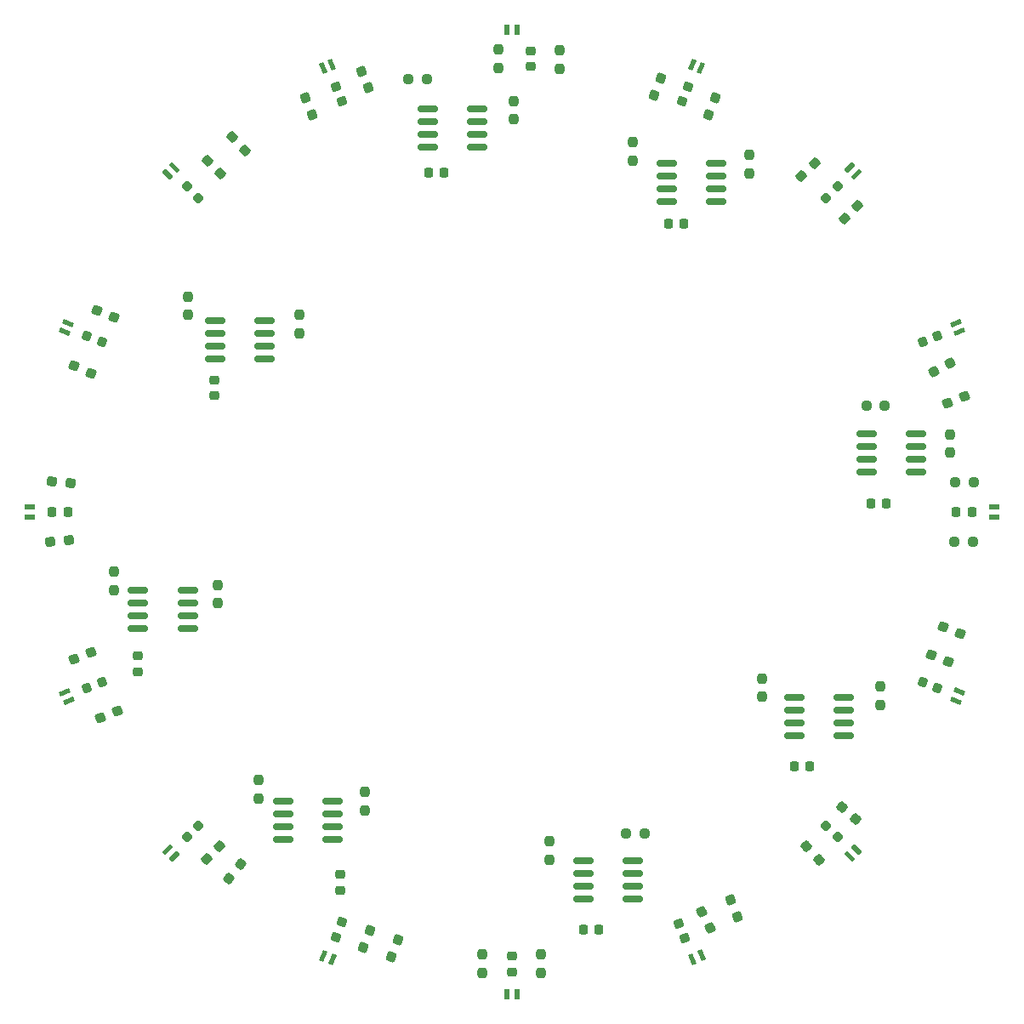
<source format=gtp>
G04 #@! TF.GenerationSoftware,KiCad,Pcbnew,9.0.6-9.0.6~ubuntu22.04.1*
G04 #@! TF.CreationDate,2025-11-27T17:33:19+09:00*
G04 #@! TF.ProjectId,LineSensor,4c696e65-5365-46e7-936f-722e6b696361,rev?*
G04 #@! TF.SameCoordinates,Original*
G04 #@! TF.FileFunction,Paste,Top*
G04 #@! TF.FilePolarity,Positive*
%FSLAX46Y46*%
G04 Gerber Fmt 4.6, Leading zero omitted, Abs format (unit mm)*
G04 Created by KiCad (PCBNEW 9.0.6-9.0.6~ubuntu22.04.1) date 2025-11-27 17:33:19*
%MOMM*%
%LPD*%
G01*
G04 APERTURE LIST*
G04 Aperture macros list*
%AMRoundRect*
0 Rectangle with rounded corners*
0 $1 Rounding radius*
0 $2 $3 $4 $5 $6 $7 $8 $9 X,Y pos of 4 corners*
0 Add a 4 corners polygon primitive as box body*
4,1,4,$2,$3,$4,$5,$6,$7,$8,$9,$2,$3,0*
0 Add four circle primitives for the rounded corners*
1,1,$1+$1,$2,$3*
1,1,$1+$1,$4,$5*
1,1,$1+$1,$6,$7*
1,1,$1+$1,$8,$9*
0 Add four rect primitives between the rounded corners*
20,1,$1+$1,$2,$3,$4,$5,0*
20,1,$1+$1,$4,$5,$6,$7,0*
20,1,$1+$1,$6,$7,$8,$9,0*
20,1,$1+$1,$8,$9,$2,$3,0*%
G04 Aperture macros list end*
%ADD10RoundRect,0.237500X-0.123751X0.321857X-0.315092X-0.140083X0.123751X-0.321857X0.315092X0.140083X0*%
%ADD11RoundRect,0.069150X-0.161350X0.480850X-0.161350X-0.480850X0.161350X-0.480850X0.161350X0.480850X0*%
%ADD12RoundRect,0.072450X-0.169050X0.477550X-0.169050X-0.477550X0.169050X-0.477550X0.169050X0.477550X0*%
%ADD13RoundRect,0.218750X-0.335876X-0.026517X-0.026517X-0.335876X0.335876X0.026517X0.026517X0.335876X0*%
%ADD14RoundRect,0.218750X-0.319536X0.106829X-0.155646X-0.298814X0.319536X-0.106829X0.155646X0.298814X0*%
%ADD15RoundRect,0.237500X0.008839X0.344715X-0.344715X-0.008839X-0.008839X-0.344715X0.344715X0.008839X0*%
%ADD16RoundRect,0.237500X0.313858X-0.142827X0.126555X0.320765X-0.313858X0.142827X-0.126555X-0.320765X0*%
%ADD17RoundRect,0.237500X-0.250000X-0.237500X0.250000X-0.237500X0.250000X0.237500X-0.250000X0.237500X0*%
%ADD18RoundRect,0.069150X-0.505993X0.034945X0.382502X-0.333081X0.505993X-0.034945X-0.382502X0.333081X0*%
%ADD19RoundRect,0.072450X-0.505891X0.026569X0.376506X-0.338932X0.505891X-0.026569X-0.376506X0.338932X0*%
%ADD20RoundRect,0.225000X0.225000X0.250000X-0.225000X0.250000X-0.225000X-0.250000X0.225000X-0.250000X0*%
%ADD21RoundRect,0.237500X-0.315092X0.140083X-0.123751X-0.321857X0.315092X-0.140083X0.123751X0.321857X0*%
%ADD22RoundRect,0.237500X0.123751X-0.321857X0.315092X0.140083X-0.123751X0.321857X-0.315092X-0.140083X0*%
%ADD23RoundRect,0.237500X-0.237500X0.250000X-0.237500X-0.250000X0.237500X-0.250000X0.237500X0.250000X0*%
%ADD24RoundRect,0.069150X-0.333081X0.382502X0.034945X-0.505993X0.333081X-0.382502X-0.034945X0.505993X0*%
%ADD25RoundRect,0.072450X-0.338932X0.376506X0.026569X-0.505891X0.338932X-0.376506X-0.026569X0.505891X0*%
%ADD26RoundRect,0.069150X0.382502X0.333081X-0.505993X-0.034945X-0.382502X-0.333081X0.505993X0.034945X0*%
%ADD27RoundRect,0.072450X0.376506X0.338932X-0.505891X-0.026569X-0.376506X-0.338932X0.505891X0.026569X0*%
%ADD28RoundRect,0.237500X-0.269748X-0.214807X0.228349X-0.258385X0.269748X0.214807X-0.228349X0.258385X0*%
%ADD29RoundRect,0.069150X0.333081X-0.382502X-0.034945X0.505993X-0.333081X0.382502X0.034945X-0.505993X0*%
%ADD30RoundRect,0.072450X0.338932X-0.376506X-0.026569X0.505891X-0.338932X0.376506X0.026569X-0.505891X0*%
%ADD31RoundRect,0.069150X-0.454104X0.225921X0.225921X-0.454104X0.454104X-0.225921X-0.225921X0.454104X0*%
%ADD32RoundRect,0.072450X-0.457215X0.218142X0.218142X-0.457215X0.457215X-0.218142X-0.218142X0.457215X0*%
%ADD33RoundRect,0.150000X-0.825000X-0.150000X0.825000X-0.150000X0.825000X0.150000X-0.825000X0.150000X0*%
%ADD34RoundRect,0.218750X0.256250X-0.218750X0.256250X0.218750X-0.256250X0.218750X-0.256250X-0.218750X0*%
%ADD35RoundRect,0.218750X0.104036X0.320456X-0.300161X0.153032X-0.104036X-0.320456X0.300161X-0.153032X0*%
%ADD36RoundRect,0.237500X-0.140083X-0.315092X0.321857X-0.123751X0.140083X0.315092X-0.321857X0.123751X0*%
%ADD37RoundRect,0.218750X-0.256250X0.218750X-0.256250X-0.218750X0.256250X-0.218750X0.256250X0.218750X0*%
%ADD38RoundRect,0.237500X0.250000X0.237500X-0.250000X0.237500X-0.250000X-0.237500X0.250000X-0.237500X0*%
%ADD39RoundRect,0.218750X0.153032X-0.300161X0.320456X0.104036X-0.153032X0.300161X-0.320456X-0.104036X0*%
%ADD40RoundRect,0.218750X-0.104036X-0.320456X0.300161X-0.153032X0.104036X0.320456X-0.300161X0.153032X0*%
%ADD41RoundRect,0.237500X-0.321857X-0.123751X0.140083X-0.315092X0.321857X0.123751X-0.140083X0.315092X0*%
%ADD42RoundRect,0.225000X0.250000X-0.225000X0.250000X0.225000X-0.250000X0.225000X-0.250000X-0.225000X0*%
%ADD43RoundRect,0.218750X-0.218750X-0.256250X0.218750X-0.256250X0.218750X0.256250X-0.218750X0.256250X0*%
%ADD44RoundRect,0.237500X-0.008839X-0.344715X0.344715X0.008839X0.008839X0.344715X-0.344715X-0.008839X0*%
%ADD45RoundRect,0.069150X0.161350X-0.480850X0.161350X0.480850X-0.161350X0.480850X-0.161350X-0.480850X0*%
%ADD46RoundRect,0.072450X0.169050X-0.477550X0.169050X0.477550X-0.169050X0.477550X-0.169050X-0.477550X0*%
%ADD47RoundRect,0.237500X0.321857X0.123751X-0.140083X0.315092X-0.321857X-0.123751X0.140083X-0.315092X0*%
%ADD48RoundRect,0.237500X0.237500X-0.250000X0.237500X0.250000X-0.237500X0.250000X-0.237500X-0.250000X0*%
%ADD49RoundRect,0.069150X-0.034945X-0.505993X0.333081X0.382502X0.034945X0.505993X-0.333081X-0.382502X0*%
%ADD50RoundRect,0.072450X-0.026569X-0.505891X0.338932X0.376506X0.026569X0.505891X-0.338932X-0.376506X0*%
%ADD51RoundRect,0.237500X0.021239X-0.344173X0.342632X0.038849X-0.021239X0.344173X-0.342632X-0.038849X0*%
%ADD52RoundRect,0.069150X0.480850X0.161350X-0.480850X0.161350X-0.480850X-0.161350X0.480850X-0.161350X0*%
%ADD53RoundRect,0.072450X0.477550X0.169050X-0.477550X0.169050X-0.477550X-0.169050X0.477550X-0.169050X0*%
%ADD54RoundRect,0.237500X0.343780X-0.026868X0.009214X0.344705X-0.343780X0.026868X-0.009214X-0.344705X0*%
%ADD55RoundRect,0.237500X-0.344715X0.008839X0.008839X-0.344715X0.344715X-0.008839X-0.008839X0.344715X0*%
%ADD56RoundRect,0.069150X-0.480850X-0.161350X0.480850X-0.161350X0.480850X0.161350X-0.480850X0.161350X0*%
%ADD57RoundRect,0.072450X-0.477550X-0.169050X0.477550X-0.169050X0.477550X0.169050X-0.477550X0.169050X0*%
%ADD58RoundRect,0.218750X0.300161X0.153032X-0.104036X0.320456X-0.300161X-0.153032X0.104036X-0.320456X0*%
%ADD59RoundRect,0.069150X0.505993X-0.034945X-0.382502X0.333081X-0.505993X0.034945X0.382502X-0.333081X0*%
%ADD60RoundRect,0.072450X0.505891X-0.026569X-0.376506X0.338932X-0.505891X0.026569X0.376506X-0.338932X0*%
%ADD61RoundRect,0.237500X0.140083X0.315092X-0.321857X0.123751X-0.140083X-0.315092X0.321857X-0.123751X0*%
%ADD62RoundRect,0.237500X-0.228349X-0.258385X0.269748X-0.214807X0.228349X0.258385X-0.269748X0.214807X0*%
%ADD63RoundRect,0.069150X-0.382502X-0.333081X0.505993X0.034945X0.382502X0.333081X-0.505993X-0.034945X0*%
%ADD64RoundRect,0.072450X-0.376506X-0.338932X0.505891X0.026569X0.376506X0.338932X-0.505891X-0.026569X0*%
%ADD65RoundRect,0.218750X-0.300161X-0.153032X0.104036X-0.320456X0.300161X0.153032X-0.104036X0.320456X0*%
%ADD66RoundRect,0.069150X0.225921X0.454104X-0.454104X-0.225921X-0.225921X-0.454104X0.454104X0.225921X0*%
%ADD67RoundRect,0.072450X0.218142X0.457215X-0.457215X-0.218142X-0.218142X-0.457215X0.457215X0.218142X0*%
%ADD68RoundRect,0.225000X-0.225000X-0.250000X0.225000X-0.250000X0.225000X0.250000X-0.225000X0.250000X0*%
%ADD69RoundRect,0.237500X0.344173X0.021239X-0.038849X0.342632X-0.344173X-0.021239X0.038849X-0.342632X0*%
%ADD70RoundRect,0.069150X-0.225921X-0.454104X0.454104X0.225921X0.225921X0.454104X-0.454104X-0.225921X0*%
%ADD71RoundRect,0.072450X-0.218142X-0.457215X0.457215X0.218142X0.218142X0.457215X-0.457215X-0.218142X0*%
%ADD72RoundRect,0.237500X0.112087X0.326102X-0.331418X0.095228X-0.112087X-0.326102X0.331418X-0.095228X0*%
%ADD73RoundRect,0.218750X-0.153032X0.300161X-0.320456X-0.104036X0.153032X-0.300161X0.320456X0.104036X0*%
%ADD74RoundRect,0.218750X0.026517X-0.335876X0.335876X-0.026517X-0.026517X0.335876X-0.335876X0.026517X0*%
%ADD75RoundRect,0.237500X0.326102X-0.112087X0.095228X0.331418X-0.326102X0.112087X-0.095228X-0.331418X0*%
%ADD76RoundRect,0.218750X0.218750X0.256250X-0.218750X0.256250X-0.218750X-0.256250X0.218750X-0.256250X0*%
%ADD77RoundRect,0.218750X-0.026517X0.335876X-0.335876X0.026517X0.026517X-0.335876X0.335876X-0.026517X0*%
%ADD78RoundRect,0.218750X0.335876X0.026517X0.026517X0.335876X-0.335876X-0.026517X-0.026517X-0.335876X0*%
%ADD79RoundRect,0.218750X0.320456X-0.104036X0.153032X0.300161X-0.320456X0.104036X-0.153032X-0.300161X0*%
%ADD80RoundRect,0.069150X0.454104X-0.225921X-0.225921X0.454104X-0.454104X0.225921X0.225921X-0.454104X0*%
%ADD81RoundRect,0.072450X0.457215X-0.218142X-0.218142X0.457215X-0.457215X0.218142X0.218142X-0.457215X0*%
%ADD82RoundRect,0.069150X0.034945X0.505993X-0.333081X-0.382502X-0.034945X-0.505993X0.333081X0.382502X0*%
%ADD83RoundRect,0.072450X0.026569X0.505891X-0.338932X-0.376506X-0.026569X-0.505891X0.338932X0.376506X0*%
G04 APERTURE END LIST*
D10*
G04 #@! TO.C,R15*
X164798398Y-56813918D03*
X164100000Y-58500000D03*
G04 #@! TD*
D11*
G04 #@! TO.C,Q13*
X149520500Y-148000000D03*
D12*
X150498500Y-148000000D03*
G04 #@! TD*
D13*
G04 #@! TO.C,D34*
X181262958Y-131262958D03*
X182376652Y-132376652D03*
G04 #@! TD*
D14*
G04 #@! TO.C,D45*
X166562294Y-140993116D03*
X167152300Y-142453430D03*
G04 #@! TD*
D15*
G04 #@! TO.C,R16*
X180100000Y-65300000D03*
X178809530Y-66590470D03*
G04 #@! TD*
D16*
G04 #@! TO.C,R18*
X172463000Y-140280000D03*
X171779342Y-138587890D03*
G04 #@! TD*
D17*
G04 #@! TO.C,R22*
X139675000Y-56900000D03*
X141500000Y-56900000D03*
G04 #@! TD*
D18*
G04 #@! TO.C,Q16*
X194162721Y-118811805D03*
D19*
X194536986Y-117908251D03*
G04 #@! TD*
D20*
G04 #@! TO.C,C10*
X158648226Y-141620423D03*
X157098226Y-141620423D03*
G04 #@! TD*
D21*
G04 #@! TO.C,R10*
X129401602Y-58813920D03*
X130100000Y-60500000D03*
G04 #@! TD*
D22*
G04 #@! TO.C,R39*
X135189407Y-143363307D03*
X135887805Y-141677227D03*
G04 #@! TD*
D23*
G04 #@! TO.C,R21*
X150200000Y-59100000D03*
X150200000Y-60925000D03*
G04 #@! TD*
D24*
G04 #@! TO.C,Q14*
X167926805Y-144529715D03*
D25*
X168830359Y-144155450D03*
G04 #@! TD*
D26*
G04 #@! TO.C,Q2*
X105470285Y-117925805D03*
D27*
X105844550Y-118829359D03*
G04 #@! TD*
D23*
G04 #@! TO.C,R27*
X193600000Y-92275000D03*
X193600000Y-94100000D03*
G04 #@! TD*
D28*
G04 #@! TO.C,R44*
X104200000Y-96999999D03*
X106018056Y-97159059D03*
G04 #@! TD*
D29*
G04 #@! TO.C,Q10*
X132074195Y-55470285D03*
D30*
X131170641Y-55844550D03*
G04 #@! TD*
D31*
G04 #@! TO.C,Q15*
X183602067Y-134280183D03*
D32*
X184293618Y-133588632D03*
G04 #@! TD*
D33*
G04 #@! TO.C,U8*
X165403000Y-65278000D03*
X165403000Y-66548000D03*
X165403000Y-67818000D03*
X165403000Y-69088000D03*
X170353000Y-69088000D03*
X170353000Y-67818000D03*
X170353000Y-66548000D03*
X170353000Y-65278000D03*
G04 #@! TD*
D34*
G04 #@! TO.C,D36*
X151827000Y-55655000D03*
X151827000Y-54080000D03*
G04 #@! TD*
D35*
G04 #@! TO.C,D41*
X109152976Y-116919391D03*
X107697866Y-117522117D03*
G04 #@! TD*
D36*
G04 #@! TO.C,R3*
X109013920Y-120498398D03*
X110700000Y-119800000D03*
G04 #@! TD*
D23*
G04 #@! TO.C,R25*
X173585000Y-64488000D03*
X173585000Y-66313000D03*
G04 #@! TD*
D37*
G04 #@! TO.C,D44*
X150000000Y-144212500D03*
X150000000Y-145787500D03*
G04 #@! TD*
D38*
G04 #@! TO.C,R36*
X195840500Y-102981000D03*
X194015500Y-102981000D03*
G04 #@! TD*
D39*
G04 #@! TO.C,D49*
X166919391Y-59152976D03*
X167522117Y-57697866D03*
G04 #@! TD*
D33*
G04 #@! TO.C,U6*
X141567000Y-59872000D03*
X141567000Y-61142000D03*
X141567000Y-62412000D03*
X141567000Y-63682000D03*
X146517000Y-63682000D03*
X146517000Y-62412000D03*
X146517000Y-61142000D03*
X146517000Y-59872000D03*
G04 #@! TD*
D23*
G04 #@! TO.C,R29*
X153708000Y-132781000D03*
X153708000Y-134606000D03*
G04 #@! TD*
G04 #@! TO.C,R5*
X135378000Y-127868000D03*
X135378000Y-129693000D03*
G04 #@! TD*
D40*
G04 #@! TO.C,D47*
X190847024Y-83080609D03*
X192302134Y-82477883D03*
G04 #@! TD*
D41*
G04 #@! TO.C,R12*
X106425960Y-85486801D03*
X108112040Y-86185199D03*
G04 #@! TD*
D33*
G04 #@! TO.C,U9*
X157075000Y-134701000D03*
X157075000Y-135971000D03*
X157075000Y-137241000D03*
X157075000Y-138511000D03*
X162025000Y-138511000D03*
X162025000Y-137241000D03*
X162025000Y-135971000D03*
X162025000Y-134701000D03*
G04 #@! TD*
D20*
G04 #@! TO.C,C8*
X143250000Y-66200000D03*
X141700000Y-66200000D03*
G04 #@! TD*
D42*
G04 #@! TO.C,C6*
X132900000Y-137650000D03*
X132900000Y-136100000D03*
G04 #@! TD*
D23*
G04 #@! TO.C,R7*
X120720000Y-107267500D03*
X120720000Y-109092500D03*
G04 #@! TD*
D43*
G04 #@! TO.C,D46*
X194212500Y-100000000D03*
X195787500Y-100000000D03*
G04 #@! TD*
D23*
G04 #@! TO.C,R26*
X162000000Y-63200000D03*
X162000000Y-65025000D03*
G04 #@! TD*
D33*
G04 #@! TO.C,U5*
X120425000Y-80995000D03*
X120425000Y-82265000D03*
X120425000Y-83535000D03*
X120425000Y-84805000D03*
X125375000Y-84805000D03*
X125375000Y-83535000D03*
X125375000Y-82265000D03*
X125375000Y-80995000D03*
G04 #@! TD*
D44*
G04 #@! TO.C,R46*
X119609530Y-134590470D03*
X120900000Y-133300000D03*
G04 #@! TD*
D45*
G04 #@! TO.C,Q9*
X150479500Y-52000000D03*
D46*
X149501500Y-52000000D03*
G04 #@! TD*
D47*
G04 #@! TO.C,R56*
X193400000Y-114900000D03*
X191713920Y-114201602D03*
G04 #@! TD*
D23*
G04 #@! TO.C,R8*
X110402000Y-105949500D03*
X110402000Y-107774500D03*
G04 #@! TD*
D48*
G04 #@! TO.C,R38*
X147032000Y-145894000D03*
X147032000Y-144069000D03*
G04 #@! TD*
G04 #@! TO.C,R17*
X152876000Y-145869000D03*
X152876000Y-144044000D03*
G04 #@! TD*
D22*
G04 #@! TO.C,R1*
X137948801Y-144309040D03*
X138647199Y-142622960D03*
G04 #@! TD*
D49*
G04 #@! TO.C,Q8*
X168811805Y-55837279D03*
D50*
X167908251Y-55463014D03*
G04 #@! TD*
D51*
G04 #@! TO.C,R2*
X121826912Y-136498032D03*
X123000000Y-135100000D03*
G04 #@! TD*
D42*
G04 #@! TO.C,C5*
X112700000Y-115900000D03*
X112700000Y-114350000D03*
G04 #@! TD*
D23*
G04 #@! TO.C,R40*
X154717000Y-54036500D03*
X154717000Y-55861500D03*
G04 #@! TD*
D52*
G04 #@! TO.C,Q1*
X102000000Y-99520500D03*
D53*
X102000000Y-100498500D03*
G04 #@! TD*
D54*
G04 #@! TO.C,R55*
X180521164Y-134656240D03*
X179300000Y-133300000D03*
G04 #@! TD*
D55*
G04 #@! TO.C,R42*
X119700000Y-65000000D03*
X120990470Y-66290470D03*
G04 #@! TD*
D56*
G04 #@! TO.C,Q5*
X198000000Y-100479500D03*
D57*
X198000000Y-99501500D03*
G04 #@! TD*
D58*
G04 #@! TO.C,D39*
X109152976Y-83080609D03*
X107697866Y-82477883D03*
G04 #@! TD*
D59*
G04 #@! TO.C,Q12*
X105837279Y-81188195D03*
D60*
X105463014Y-82091749D03*
G04 #@! TD*
D23*
G04 #@! TO.C,R23*
X128800199Y-80385460D03*
X128800199Y-82210460D03*
G04 #@! TD*
D61*
G04 #@! TO.C,R14*
X195000000Y-88500000D03*
X193313920Y-89198398D03*
G04 #@! TD*
D33*
G04 #@! TO.C,U2*
X178066000Y-118458000D03*
X178066000Y-119728000D03*
X178066000Y-120998000D03*
X178066000Y-122268000D03*
X183016000Y-122268000D03*
X183016000Y-120998000D03*
X183016000Y-119728000D03*
X183016000Y-118458000D03*
G04 #@! TD*
D62*
G04 #@! TO.C,R4*
X104042944Y-102962060D03*
X105861000Y-102803000D03*
G04 #@! TD*
D17*
G04 #@! TO.C,R30*
X161375000Y-132000000D03*
X163200000Y-132000000D03*
G04 #@! TD*
D10*
G04 #@! TO.C,R33*
X170250398Y-58781920D03*
X169552000Y-60468000D03*
G04 #@! TD*
D63*
G04 #@! TO.C,Q6*
X194529715Y-82074195D03*
D64*
X194155450Y-81170641D03*
G04 #@! TD*
D65*
G04 #@! TO.C,D35*
X190847024Y-116919391D03*
X192302134Y-117522117D03*
G04 #@! TD*
D66*
G04 #@! TO.C,Q3*
X115719817Y-133602067D03*
D67*
X116411368Y-134293618D03*
G04 #@! TD*
D33*
G04 #@! TO.C,U7*
X185262077Y-92224057D03*
X185262077Y-93494057D03*
X185262077Y-94764057D03*
X185262077Y-96034057D03*
X190212077Y-96034057D03*
X190212077Y-94764057D03*
X190212077Y-93494057D03*
X190212077Y-92224057D03*
G04 #@! TD*
D68*
G04 #@! TO.C,C4*
X178111601Y-125335796D03*
X179661601Y-125335796D03*
G04 #@! TD*
D55*
G04 #@! TO.C,R11*
X122109530Y-62709530D03*
X123400000Y-64000000D03*
G04 #@! TD*
D20*
G04 #@! TO.C,C11*
X187275000Y-99200000D03*
X185725000Y-99200000D03*
G04 #@! TD*
D47*
G04 #@! TO.C,R20*
X194600000Y-112100000D03*
X192913920Y-111401602D03*
G04 #@! TD*
D21*
G04 #@! TO.C,R41*
X135001602Y-56113920D03*
X135700000Y-57800000D03*
G04 #@! TD*
D69*
G04 #@! TO.C,R19*
X184200000Y-130600000D03*
X182801968Y-129426912D03*
G04 #@! TD*
D70*
G04 #@! TO.C,Q7*
X184280183Y-66397933D03*
D71*
X183588632Y-65706382D03*
G04 #@! TD*
D44*
G04 #@! TO.C,R34*
X183109530Y-70790470D03*
X184400000Y-69500000D03*
G04 #@! TD*
D72*
G04 #@! TO.C,R35*
X193618794Y-85157308D03*
X192000000Y-86000000D03*
G04 #@! TD*
D36*
G04 #@! TO.C,R45*
X106413920Y-114698398D03*
X108100000Y-114000000D03*
G04 #@! TD*
D73*
G04 #@! TO.C,D43*
X133080609Y-140847024D03*
X132477883Y-142302134D03*
G04 #@! TD*
D74*
G04 #@! TO.C,D48*
X181262958Y-68737042D03*
X182376652Y-67623348D03*
G04 #@! TD*
D38*
G04 #@! TO.C,R28*
X187100000Y-89400000D03*
X185275000Y-89400000D03*
G04 #@! TD*
D23*
G04 #@! TO.C,R6*
X124795000Y-126678000D03*
X124795000Y-128503000D03*
G04 #@! TD*
D33*
G04 #@! TO.C,U3*
X112743000Y-107791000D03*
X112743000Y-109061000D03*
X112743000Y-110331000D03*
X112743000Y-111601000D03*
X117693000Y-111601000D03*
X117693000Y-110331000D03*
X117693000Y-109061000D03*
X117693000Y-107791000D03*
G04 #@! TD*
D23*
G04 #@! TO.C,R9*
X148612000Y-53976500D03*
X148612000Y-55801500D03*
G04 #@! TD*
D42*
G04 #@! TO.C,C7*
X120400000Y-88400000D03*
X120400000Y-86850000D03*
G04 #@! TD*
D75*
G04 #@! TO.C,R37*
X169721346Y-141409397D03*
X168878654Y-139790603D03*
G04 #@! TD*
D76*
G04 #@! TO.C,D40*
X105787500Y-100000000D03*
X104212500Y-100000000D03*
G04 #@! TD*
D33*
G04 #@! TO.C,U4*
X127217000Y-128782000D03*
X127217000Y-130052000D03*
X127217000Y-131322000D03*
X127217000Y-132592000D03*
X132167000Y-132592000D03*
X132167000Y-131322000D03*
X132167000Y-130052000D03*
X132167000Y-128782000D03*
G04 #@! TD*
D38*
G04 #@! TO.C,R13*
X195958500Y-97048000D03*
X194133500Y-97048000D03*
G04 #@! TD*
D77*
G04 #@! TO.C,D42*
X118737042Y-131262958D03*
X117623348Y-132376652D03*
G04 #@! TD*
D78*
G04 #@! TO.C,D38*
X118737042Y-68737042D03*
X117623348Y-67623348D03*
G04 #@! TD*
D79*
G04 #@! TO.C,D37*
X133080609Y-59152976D03*
X132477883Y-57697866D03*
G04 #@! TD*
D23*
G04 #@! TO.C,R24*
X117700000Y-78575000D03*
X117700000Y-80400000D03*
G04 #@! TD*
D80*
G04 #@! TO.C,Q11*
X116397933Y-65719817D03*
D81*
X115706382Y-66411368D03*
G04 #@! TD*
D20*
G04 #@! TO.C,C9*
X167121000Y-71327000D03*
X165571000Y-71327000D03*
G04 #@! TD*
D82*
G04 #@! TO.C,Q4*
X131189195Y-144162721D03*
D83*
X132092749Y-144536986D03*
G04 #@! TD*
D23*
G04 #@! TO.C,R31*
X174881338Y-116597540D03*
X174881338Y-118422540D03*
G04 #@! TD*
D41*
G04 #@! TO.C,R43*
X108694920Y-79921602D03*
X110381000Y-80620000D03*
G04 #@! TD*
D23*
G04 #@! TO.C,R32*
X186612537Y-117367998D03*
X186612537Y-119193000D03*
G04 #@! TD*
M02*

</source>
